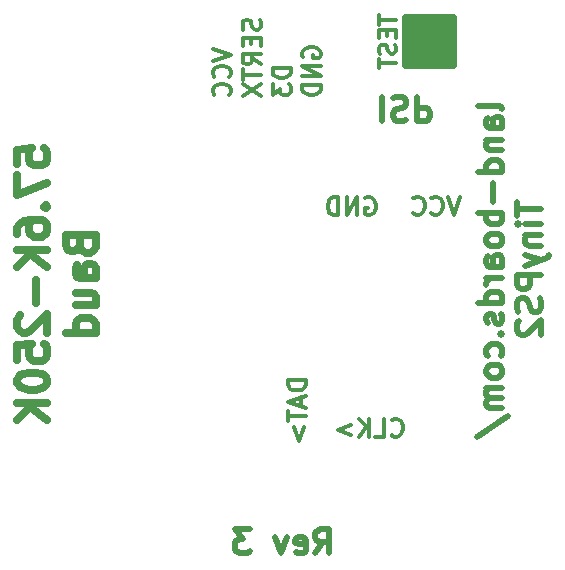
<source format=gbr>
G04 #@! TF.GenerationSoftware,KiCad,Pcbnew,(6.0.1)*
G04 #@! TF.CreationDate,2022-05-28T06:55:00-04:00*
G04 #@! TF.ProjectId,TinyPS2,54696e79-5053-4322-9e6b-696361645f70,X1*
G04 #@! TF.SameCoordinates,Original*
G04 #@! TF.FileFunction,Legend,Bot*
G04 #@! TF.FilePolarity,Positive*
%FSLAX46Y46*%
G04 Gerber Fmt 4.6, Leading zero omitted, Abs format (unit mm)*
G04 Created by KiCad (PCBNEW (6.0.1)) date 2022-05-28 06:55:00*
%MOMM*%
%LPD*%
G01*
G04 APERTURE LIST*
%ADD10C,0.304800*%
%ADD11C,0.508000*%
%ADD12C,0.635000*%
%ADD13C,0.349250*%
%ADD14C,0.650000*%
G04 APERTURE END LIST*
D10*
X36503428Y-43143714D02*
X34979428Y-43143714D01*
X34979428Y-43506571D01*
X35052000Y-43724285D01*
X35197142Y-43869428D01*
X35342285Y-43942000D01*
X35632571Y-44014571D01*
X35850285Y-44014571D01*
X36140571Y-43942000D01*
X36285714Y-43869428D01*
X36430857Y-43724285D01*
X36503428Y-43506571D01*
X36503428Y-43143714D01*
X36068000Y-44595142D02*
X36068000Y-45320857D01*
X36503428Y-44450000D02*
X34979428Y-44958000D01*
X36503428Y-45466000D01*
X34979428Y-45756285D02*
X34979428Y-46627142D01*
X36503428Y-46191714D02*
X34979428Y-46191714D01*
X35487428Y-47135142D02*
X35922857Y-48296285D01*
X36358285Y-47135142D01*
X43760571Y-47788285D02*
X43833142Y-47860857D01*
X44050857Y-47933428D01*
X44196000Y-47933428D01*
X44413714Y-47860857D01*
X44558857Y-47715714D01*
X44631428Y-47570571D01*
X44704000Y-47280285D01*
X44704000Y-47062571D01*
X44631428Y-46772285D01*
X44558857Y-46627142D01*
X44413714Y-46482000D01*
X44196000Y-46409428D01*
X44050857Y-46409428D01*
X43833142Y-46482000D01*
X43760571Y-46554571D01*
X42381714Y-47933428D02*
X43107428Y-47933428D01*
X43107428Y-46409428D01*
X41873714Y-47933428D02*
X41873714Y-46409428D01*
X41002857Y-47933428D02*
X41656000Y-47062571D01*
X41002857Y-46409428D02*
X41873714Y-47280285D01*
X40349714Y-46917428D02*
X39188571Y-47352857D01*
X40349714Y-47788285D01*
D11*
X42974380Y-19146761D02*
X42974380Y-21178761D01*
X43845238Y-19243523D02*
X44135523Y-19146761D01*
X44619333Y-19146761D01*
X44812857Y-19243523D01*
X44909619Y-19340285D01*
X45006380Y-19533809D01*
X45006380Y-19727333D01*
X44909619Y-19920857D01*
X44812857Y-20017619D01*
X44619333Y-20114380D01*
X44232285Y-20211142D01*
X44038761Y-20307904D01*
X43942000Y-20404666D01*
X43845238Y-20598190D01*
X43845238Y-20791714D01*
X43942000Y-20985238D01*
X44038761Y-21082000D01*
X44232285Y-21178761D01*
X44716095Y-21178761D01*
X45006380Y-21082000D01*
X45877238Y-19146761D02*
X45877238Y-21178761D01*
X46651333Y-21178761D01*
X46844857Y-21082000D01*
X46941619Y-20985238D01*
X47038380Y-20791714D01*
X47038380Y-20501428D01*
X46941619Y-20307904D01*
X46844857Y-20211142D01*
X46651333Y-20114380D01*
X45877238Y-20114380D01*
D10*
X49532000Y-27613428D02*
X49024000Y-29137428D01*
X48516000Y-27613428D01*
X47137142Y-28992285D02*
X47209714Y-29064857D01*
X47427428Y-29137428D01*
X47572571Y-29137428D01*
X47790285Y-29064857D01*
X47935428Y-28919714D01*
X48008000Y-28774571D01*
X48080571Y-28484285D01*
X48080571Y-28266571D01*
X48008000Y-27976285D01*
X47935428Y-27831142D01*
X47790285Y-27686000D01*
X47572571Y-27613428D01*
X47427428Y-27613428D01*
X47209714Y-27686000D01*
X47137142Y-27758571D01*
X45613142Y-28992285D02*
X45685714Y-29064857D01*
X45903428Y-29137428D01*
X46048571Y-29137428D01*
X46266285Y-29064857D01*
X46411428Y-28919714D01*
X46484000Y-28774571D01*
X46556571Y-28484285D01*
X46556571Y-28266571D01*
X46484000Y-27976285D01*
X46411428Y-27831142D01*
X46266285Y-27686000D01*
X46048571Y-27613428D01*
X45903428Y-27613428D01*
X45685714Y-27686000D01*
X45613142Y-27758571D01*
X41547142Y-27738000D02*
X41692285Y-27665428D01*
X41910000Y-27665428D01*
X42127714Y-27738000D01*
X42272857Y-27883142D01*
X42345428Y-28028285D01*
X42418000Y-28318571D01*
X42418000Y-28536285D01*
X42345428Y-28826571D01*
X42272857Y-28971714D01*
X42127714Y-29116857D01*
X41910000Y-29189428D01*
X41764857Y-29189428D01*
X41547142Y-29116857D01*
X41474571Y-29044285D01*
X41474571Y-28536285D01*
X41764857Y-28536285D01*
X40821428Y-29189428D02*
X40821428Y-27665428D01*
X39950571Y-29189428D01*
X39950571Y-27665428D01*
X39224857Y-29189428D02*
X39224857Y-27665428D01*
X38862000Y-27665428D01*
X38644285Y-27738000D01*
X38499142Y-27883142D01*
X38426571Y-28028285D01*
X38354000Y-28318571D01*
X38354000Y-28536285D01*
X38426571Y-28826571D01*
X38499142Y-28971714D01*
X38644285Y-29116857D01*
X38862000Y-29189428D01*
X39224857Y-29189428D01*
D12*
X12064347Y-24840000D02*
X12064347Y-23630476D01*
X13273871Y-23509523D01*
X13152919Y-23630476D01*
X13031966Y-23872380D01*
X13031966Y-24477142D01*
X13152919Y-24719047D01*
X13273871Y-24840000D01*
X13515776Y-24960952D01*
X14120538Y-24960952D01*
X14362442Y-24840000D01*
X14483395Y-24719047D01*
X14604347Y-24477142D01*
X14604347Y-23872380D01*
X14483395Y-23630476D01*
X14362442Y-23509523D01*
X12064347Y-25807619D02*
X12064347Y-27500952D01*
X14604347Y-26412380D01*
X14362442Y-28468571D02*
X14483395Y-28589523D01*
X14604347Y-28468571D01*
X14483395Y-28347619D01*
X14362442Y-28468571D01*
X14604347Y-28468571D01*
X12064347Y-30766666D02*
X12064347Y-30282857D01*
X12185300Y-30040952D01*
X12306252Y-29920000D01*
X12669109Y-29678095D01*
X13152919Y-29557142D01*
X14120538Y-29557142D01*
X14362442Y-29678095D01*
X14483395Y-29799047D01*
X14604347Y-30040952D01*
X14604347Y-30524761D01*
X14483395Y-30766666D01*
X14362442Y-30887619D01*
X14120538Y-31008571D01*
X13515776Y-31008571D01*
X13273871Y-30887619D01*
X13152919Y-30766666D01*
X13031966Y-30524761D01*
X13031966Y-30040952D01*
X13152919Y-29799047D01*
X13273871Y-29678095D01*
X13515776Y-29557142D01*
X14604347Y-32097142D02*
X12064347Y-32097142D01*
X14604347Y-33548571D02*
X13152919Y-32460000D01*
X12064347Y-33548571D02*
X13515776Y-32097142D01*
X13636728Y-34637142D02*
X13636728Y-36572380D01*
X12306252Y-37660952D02*
X12185300Y-37781904D01*
X12064347Y-38023809D01*
X12064347Y-38628571D01*
X12185300Y-38870476D01*
X12306252Y-38991428D01*
X12548157Y-39112380D01*
X12790061Y-39112380D01*
X13152919Y-38991428D01*
X14604347Y-37540000D01*
X14604347Y-39112380D01*
X12064347Y-41410476D02*
X12064347Y-40200952D01*
X13273871Y-40080000D01*
X13152919Y-40200952D01*
X13031966Y-40442857D01*
X13031966Y-41047619D01*
X13152919Y-41289523D01*
X13273871Y-41410476D01*
X13515776Y-41531428D01*
X14120538Y-41531428D01*
X14362442Y-41410476D01*
X14483395Y-41289523D01*
X14604347Y-41047619D01*
X14604347Y-40442857D01*
X14483395Y-40200952D01*
X14362442Y-40080000D01*
X12064347Y-43103809D02*
X12064347Y-43345714D01*
X12185300Y-43587619D01*
X12306252Y-43708571D01*
X12548157Y-43829523D01*
X13031966Y-43950476D01*
X13636728Y-43950476D01*
X14120538Y-43829523D01*
X14362442Y-43708571D01*
X14483395Y-43587619D01*
X14604347Y-43345714D01*
X14604347Y-43103809D01*
X14483395Y-42861904D01*
X14362442Y-42740952D01*
X14120538Y-42620000D01*
X13636728Y-42499047D01*
X13031966Y-42499047D01*
X12548157Y-42620000D01*
X12306252Y-42740952D01*
X12185300Y-42861904D01*
X12064347Y-43103809D01*
X14604347Y-45039047D02*
X12064347Y-45039047D01*
X14604347Y-46490476D02*
X13152919Y-45401904D01*
X12064347Y-46490476D02*
X13515776Y-45039047D01*
X17363271Y-31734285D02*
X17484223Y-32097142D01*
X17605176Y-32218095D01*
X17847080Y-32339047D01*
X18209938Y-32339047D01*
X18451842Y-32218095D01*
X18572795Y-32097142D01*
X18693747Y-31855238D01*
X18693747Y-30887619D01*
X16153747Y-30887619D01*
X16153747Y-31734285D01*
X16274700Y-31976190D01*
X16395652Y-32097142D01*
X16637557Y-32218095D01*
X16879461Y-32218095D01*
X17121366Y-32097142D01*
X17242319Y-31976190D01*
X17363271Y-31734285D01*
X17363271Y-30887619D01*
X18693747Y-34516190D02*
X17363271Y-34516190D01*
X17121366Y-34395238D01*
X17000414Y-34153333D01*
X17000414Y-33669523D01*
X17121366Y-33427619D01*
X18572795Y-34516190D02*
X18693747Y-34274285D01*
X18693747Y-33669523D01*
X18572795Y-33427619D01*
X18330890Y-33306666D01*
X18088985Y-33306666D01*
X17847080Y-33427619D01*
X17726128Y-33669523D01*
X17726128Y-34274285D01*
X17605176Y-34516190D01*
X17000414Y-36814285D02*
X18693747Y-36814285D01*
X17000414Y-35725714D02*
X18330890Y-35725714D01*
X18572795Y-35846666D01*
X18693747Y-36088571D01*
X18693747Y-36451428D01*
X18572795Y-36693333D01*
X18451842Y-36814285D01*
X18693747Y-39112380D02*
X16153747Y-39112380D01*
X18572795Y-39112380D02*
X18693747Y-38870476D01*
X18693747Y-38386666D01*
X18572795Y-38144761D01*
X18451842Y-38023809D01*
X18209938Y-37902857D01*
X17484223Y-37902857D01*
X17242319Y-38023809D01*
X17121366Y-38144761D01*
X17000414Y-38386666D01*
X17000414Y-38870476D01*
X17121366Y-39112380D01*
D10*
X28608467Y-15092737D02*
X30183267Y-15600737D01*
X28608467Y-16108737D01*
X30033286Y-17487594D02*
X30108277Y-17415022D01*
X30183267Y-17197308D01*
X30183267Y-17052165D01*
X30108277Y-16834451D01*
X29958296Y-16689308D01*
X29808315Y-16616737D01*
X29508353Y-16544165D01*
X29283381Y-16544165D01*
X28983419Y-16616737D01*
X28833438Y-16689308D01*
X28683458Y-16834451D01*
X28608467Y-17052165D01*
X28608467Y-17197308D01*
X28683458Y-17415022D01*
X28758448Y-17487594D01*
X30033286Y-19011594D02*
X30108277Y-18939022D01*
X30183267Y-18721308D01*
X30183267Y-18576165D01*
X30108277Y-18358451D01*
X29958296Y-18213308D01*
X29808315Y-18140737D01*
X29508353Y-18068165D01*
X29283381Y-18068165D01*
X28983419Y-18140737D01*
X28833438Y-18213308D01*
X28683458Y-18358451D01*
X28608467Y-18576165D01*
X28608467Y-18721308D01*
X28683458Y-18939022D01*
X28758448Y-19011594D01*
X32643705Y-12625308D02*
X32718695Y-12843022D01*
X32718695Y-13205880D01*
X32643705Y-13351022D01*
X32568714Y-13423594D01*
X32418733Y-13496165D01*
X32268752Y-13496165D01*
X32118771Y-13423594D01*
X32043781Y-13351022D01*
X31968790Y-13205880D01*
X31893800Y-12915594D01*
X31818809Y-12770451D01*
X31743819Y-12697880D01*
X31593838Y-12625308D01*
X31443857Y-12625308D01*
X31293876Y-12697880D01*
X31218886Y-12770451D01*
X31143895Y-12915594D01*
X31143895Y-13278451D01*
X31218886Y-13496165D01*
X31893800Y-14149308D02*
X31893800Y-14657308D01*
X32718695Y-14875022D02*
X32718695Y-14149308D01*
X31143895Y-14149308D01*
X31143895Y-14875022D01*
X32718695Y-16399022D02*
X31968790Y-15891022D01*
X32718695Y-15528165D02*
X31143895Y-15528165D01*
X31143895Y-16108737D01*
X31218886Y-16253880D01*
X31293876Y-16326451D01*
X31443857Y-16399022D01*
X31668828Y-16399022D01*
X31818809Y-16326451D01*
X31893800Y-16253880D01*
X31968790Y-16108737D01*
X31968790Y-15528165D01*
X31143895Y-16834451D02*
X31143895Y-17705308D01*
X32718695Y-17269880D02*
X31143895Y-17269880D01*
X31143895Y-18068165D02*
X32718695Y-19084165D01*
X31143895Y-19084165D02*
X32718695Y-18068165D01*
X35254123Y-16689308D02*
X33679323Y-16689308D01*
X33679323Y-17052165D01*
X33754314Y-17269880D01*
X33904294Y-17415022D01*
X34054275Y-17487594D01*
X34354237Y-17560165D01*
X34579209Y-17560165D01*
X34879171Y-17487594D01*
X35029152Y-17415022D01*
X35179133Y-17269880D01*
X35254123Y-17052165D01*
X35254123Y-16689308D01*
X33679323Y-18068165D02*
X33679323Y-19011594D01*
X34279247Y-18503594D01*
X34279247Y-18721308D01*
X34354237Y-18866451D01*
X34429228Y-18939022D01*
X34579209Y-19011594D01*
X34954161Y-19011594D01*
X35104142Y-18939022D01*
X35179133Y-18866451D01*
X35254123Y-18721308D01*
X35254123Y-18285880D01*
X35179133Y-18140737D01*
X35104142Y-18068165D01*
X36289742Y-15818451D02*
X36214751Y-15673308D01*
X36214751Y-15455594D01*
X36289742Y-15237880D01*
X36439722Y-15092737D01*
X36589703Y-15020165D01*
X36889665Y-14947594D01*
X37114637Y-14947594D01*
X37414599Y-15020165D01*
X37564580Y-15092737D01*
X37714561Y-15237880D01*
X37789551Y-15455594D01*
X37789551Y-15600737D01*
X37714561Y-15818451D01*
X37639570Y-15891022D01*
X37114637Y-15891022D01*
X37114637Y-15600737D01*
X37789551Y-16544165D02*
X36214751Y-16544165D01*
X37789551Y-17415022D01*
X36214751Y-17415022D01*
X37789551Y-18140737D02*
X36214751Y-18140737D01*
X36214751Y-18503594D01*
X36289742Y-18721308D01*
X36439722Y-18866451D01*
X36589703Y-18939022D01*
X36889665Y-19011594D01*
X37114637Y-19011594D01*
X37414599Y-18939022D01*
X37564580Y-18866451D01*
X37714561Y-18721308D01*
X37789551Y-18503594D01*
X37789551Y-18140737D01*
D11*
X53147478Y-20186952D02*
X53050716Y-19993428D01*
X52857192Y-19896666D01*
X51115478Y-19896666D01*
X53147478Y-21831904D02*
X52083097Y-21831904D01*
X51889573Y-21735142D01*
X51792811Y-21541619D01*
X51792811Y-21154571D01*
X51889573Y-20961047D01*
X53050716Y-21831904D02*
X53147478Y-21638380D01*
X53147478Y-21154571D01*
X53050716Y-20961047D01*
X52857192Y-20864285D01*
X52663668Y-20864285D01*
X52470144Y-20961047D01*
X52373382Y-21154571D01*
X52373382Y-21638380D01*
X52276620Y-21831904D01*
X51792811Y-22799523D02*
X53147478Y-22799523D01*
X51986335Y-22799523D02*
X51889573Y-22896285D01*
X51792811Y-23089809D01*
X51792811Y-23380095D01*
X51889573Y-23573619D01*
X52083097Y-23670380D01*
X53147478Y-23670380D01*
X53147478Y-25508857D02*
X51115478Y-25508857D01*
X53050716Y-25508857D02*
X53147478Y-25315333D01*
X53147478Y-24928285D01*
X53050716Y-24734761D01*
X52953954Y-24637999D01*
X52760430Y-24541238D01*
X52179859Y-24541238D01*
X51986335Y-24637999D01*
X51889573Y-24734761D01*
X51792811Y-24928285D01*
X51792811Y-25315333D01*
X51889573Y-25508857D01*
X52373382Y-26476476D02*
X52373382Y-28024666D01*
X53147478Y-28992285D02*
X51115478Y-28992285D01*
X51889573Y-28992285D02*
X51792811Y-29185809D01*
X51792811Y-29572857D01*
X51889573Y-29766380D01*
X51986335Y-29863142D01*
X52179859Y-29959904D01*
X52760430Y-29959904D01*
X52953954Y-29863142D01*
X53050716Y-29766380D01*
X53147478Y-29572857D01*
X53147478Y-29185809D01*
X53050716Y-28992285D01*
X53147478Y-31121047D02*
X53050716Y-30927523D01*
X52953954Y-30830761D01*
X52760430Y-30733999D01*
X52179859Y-30733999D01*
X51986335Y-30830761D01*
X51889573Y-30927523D01*
X51792811Y-31121047D01*
X51792811Y-31411333D01*
X51889573Y-31604857D01*
X51986335Y-31701619D01*
X52179859Y-31798380D01*
X52760430Y-31798380D01*
X52953954Y-31701619D01*
X53050716Y-31604857D01*
X53147478Y-31411333D01*
X53147478Y-31121047D01*
X53147478Y-33540095D02*
X52083097Y-33540095D01*
X51889573Y-33443333D01*
X51792811Y-33249809D01*
X51792811Y-32862761D01*
X51889573Y-32669238D01*
X53050716Y-33540095D02*
X53147478Y-33346571D01*
X53147478Y-32862761D01*
X53050716Y-32669238D01*
X52857192Y-32572476D01*
X52663668Y-32572476D01*
X52470144Y-32669238D01*
X52373382Y-32862761D01*
X52373382Y-33346571D01*
X52276620Y-33540095D01*
X53147478Y-34507714D02*
X51792811Y-34507714D01*
X52179859Y-34507714D02*
X51986335Y-34604476D01*
X51889573Y-34701238D01*
X51792811Y-34894761D01*
X51792811Y-35088285D01*
X53147478Y-36636476D02*
X51115478Y-36636476D01*
X53050716Y-36636476D02*
X53147478Y-36442952D01*
X53147478Y-36055904D01*
X53050716Y-35862380D01*
X52953954Y-35765619D01*
X52760430Y-35668857D01*
X52179859Y-35668857D01*
X51986335Y-35765619D01*
X51889573Y-35862380D01*
X51792811Y-36055904D01*
X51792811Y-36442952D01*
X51889573Y-36636476D01*
X53050716Y-37507333D02*
X53147478Y-37700857D01*
X53147478Y-38087904D01*
X53050716Y-38281428D01*
X52857192Y-38378190D01*
X52760430Y-38378190D01*
X52566906Y-38281428D01*
X52470144Y-38087904D01*
X52470144Y-37797619D01*
X52373382Y-37604095D01*
X52179859Y-37507333D01*
X52083097Y-37507333D01*
X51889573Y-37604095D01*
X51792811Y-37797619D01*
X51792811Y-38087904D01*
X51889573Y-38281428D01*
X52953954Y-39249047D02*
X53050716Y-39345809D01*
X53147478Y-39249047D01*
X53050716Y-39152285D01*
X52953954Y-39249047D01*
X53147478Y-39249047D01*
X53050716Y-41087523D02*
X53147478Y-40893999D01*
X53147478Y-40506952D01*
X53050716Y-40313428D01*
X52953954Y-40216666D01*
X52760430Y-40119904D01*
X52179859Y-40119904D01*
X51986335Y-40216666D01*
X51889573Y-40313428D01*
X51792811Y-40506952D01*
X51792811Y-40893999D01*
X51889573Y-41087523D01*
X53147478Y-42248666D02*
X53050716Y-42055142D01*
X52953954Y-41958380D01*
X52760430Y-41861619D01*
X52179859Y-41861619D01*
X51986335Y-41958380D01*
X51889573Y-42055142D01*
X51792811Y-42248666D01*
X51792811Y-42538952D01*
X51889573Y-42732476D01*
X51986335Y-42829238D01*
X52179859Y-42925999D01*
X52760430Y-42925999D01*
X52953954Y-42829238D01*
X53050716Y-42732476D01*
X53147478Y-42538952D01*
X53147478Y-42248666D01*
X53147478Y-43796857D02*
X51792811Y-43796857D01*
X51986335Y-43796857D02*
X51889573Y-43893619D01*
X51792811Y-44087142D01*
X51792811Y-44377428D01*
X51889573Y-44570952D01*
X52083097Y-44667714D01*
X53147478Y-44667714D01*
X52083097Y-44667714D02*
X51889573Y-44764476D01*
X51792811Y-44957999D01*
X51792811Y-45248285D01*
X51889573Y-45441809D01*
X52083097Y-45538571D01*
X53147478Y-45538571D01*
X51018716Y-47957619D02*
X53631287Y-46215904D01*
X54386998Y-28073047D02*
X54386998Y-29234190D01*
X56418998Y-28653619D02*
X54386998Y-28653619D01*
X56418998Y-29911523D02*
X55064331Y-29911523D01*
X54386998Y-29911523D02*
X54483760Y-29814761D01*
X54580521Y-29911523D01*
X54483760Y-30008285D01*
X54386998Y-29911523D01*
X54580521Y-29911523D01*
X55064331Y-30879142D02*
X56418998Y-30879142D01*
X55257855Y-30879142D02*
X55161093Y-30975904D01*
X55064331Y-31169428D01*
X55064331Y-31459714D01*
X55161093Y-31653238D01*
X55354617Y-31750000D01*
X56418998Y-31750000D01*
X55064331Y-32524095D02*
X56418998Y-33007904D01*
X55064331Y-33491714D02*
X56418998Y-33007904D01*
X56902807Y-32814380D01*
X56999569Y-32717619D01*
X57096331Y-32524095D01*
X56418998Y-34265809D02*
X54386998Y-34265809D01*
X54386998Y-35039904D01*
X54483760Y-35233428D01*
X54580521Y-35330190D01*
X54774045Y-35426952D01*
X55064331Y-35426952D01*
X55257855Y-35330190D01*
X55354617Y-35233428D01*
X55451379Y-35039904D01*
X55451379Y-34265809D01*
X56322236Y-36201047D02*
X56418998Y-36491333D01*
X56418998Y-36975142D01*
X56322236Y-37168666D01*
X56225474Y-37265428D01*
X56031950Y-37362190D01*
X55838426Y-37362190D01*
X55644902Y-37265428D01*
X55548140Y-37168666D01*
X55451379Y-36975142D01*
X55354617Y-36588095D01*
X55257855Y-36394571D01*
X55161093Y-36297809D01*
X54967569Y-36201047D01*
X54774045Y-36201047D01*
X54580521Y-36297809D01*
X54483760Y-36394571D01*
X54386998Y-36588095D01*
X54386998Y-37071904D01*
X54483760Y-37362190D01*
X54580521Y-38136285D02*
X54483760Y-38233047D01*
X54386998Y-38426571D01*
X54386998Y-38910380D01*
X54483760Y-39103904D01*
X54580521Y-39200666D01*
X54774045Y-39297428D01*
X54967569Y-39297428D01*
X55257855Y-39200666D01*
X56418998Y-38039523D01*
X56418998Y-39297428D01*
X37301714Y-57815238D02*
X37979047Y-56847619D01*
X38462857Y-57815238D02*
X38462857Y-55783238D01*
X37688761Y-55783238D01*
X37495238Y-55880000D01*
X37398476Y-55976761D01*
X37301714Y-56170285D01*
X37301714Y-56460571D01*
X37398476Y-56654095D01*
X37495238Y-56750857D01*
X37688761Y-56847619D01*
X38462857Y-56847619D01*
X35656761Y-57718476D02*
X35850285Y-57815238D01*
X36237333Y-57815238D01*
X36430857Y-57718476D01*
X36527619Y-57524952D01*
X36527619Y-56750857D01*
X36430857Y-56557333D01*
X36237333Y-56460571D01*
X35850285Y-56460571D01*
X35656761Y-56557333D01*
X35560000Y-56750857D01*
X35560000Y-56944380D01*
X36527619Y-57137904D01*
X34882666Y-56460571D02*
X34398857Y-57815238D01*
X33915047Y-56460571D01*
X31786285Y-55783238D02*
X30528380Y-55783238D01*
X31205714Y-56557333D01*
X30915428Y-56557333D01*
X30721904Y-56654095D01*
X30625142Y-56750857D01*
X30528380Y-56944380D01*
X30528380Y-57428190D01*
X30625142Y-57621714D01*
X30721904Y-57718476D01*
X30915428Y-57815238D01*
X31496000Y-57815238D01*
X31689523Y-57718476D01*
X31786285Y-57621714D01*
D13*
X42734976Y-12271452D02*
X42734976Y-13069738D01*
X44131976Y-12670595D02*
X42734976Y-12670595D01*
X43400214Y-13535404D02*
X43400214Y-14001071D01*
X44131976Y-14200642D02*
X44131976Y-13535404D01*
X42734976Y-13535404D01*
X42734976Y-14200642D01*
X44065452Y-14732833D02*
X44131976Y-14932404D01*
X44131976Y-15265023D01*
X44065452Y-15398071D01*
X43998928Y-15464595D01*
X43865880Y-15531119D01*
X43732833Y-15531119D01*
X43599785Y-15464595D01*
X43533261Y-15398071D01*
X43466738Y-15265023D01*
X43400214Y-14998928D01*
X43333690Y-14865880D01*
X43267166Y-14799357D01*
X43134119Y-14732833D01*
X43001071Y-14732833D01*
X42868023Y-14799357D01*
X42801500Y-14865880D01*
X42734976Y-14998928D01*
X42734976Y-15331547D01*
X42801500Y-15531119D01*
X42734976Y-15930261D02*
X42734976Y-16728547D01*
X44131976Y-16329404D02*
X42734976Y-16329404D01*
D14*
X48500000Y-16500000D02*
X48500000Y-12500000D01*
X48000000Y-16500000D02*
X48500000Y-16500000D01*
X48000000Y-12500000D02*
X48000000Y-16500000D01*
X47500000Y-12500000D02*
X48000000Y-12500000D01*
X47500000Y-13000000D02*
X47500000Y-12500000D01*
X47500000Y-16500000D02*
X47500000Y-13000000D01*
X47000000Y-16500000D02*
X47500000Y-16500000D01*
X47000000Y-12500000D02*
X47000000Y-16500000D01*
X46500000Y-12500000D02*
X47000000Y-12500000D01*
X46500000Y-16500000D02*
X46500000Y-12500000D01*
X46000000Y-16500000D02*
X46500000Y-16500000D01*
X46000000Y-12500000D02*
X46000000Y-16500000D01*
X45500000Y-12500000D02*
X46000000Y-12500000D01*
X45500000Y-16500000D02*
X45500000Y-12500000D01*
X45000000Y-16500000D02*
X45500000Y-16500000D01*
X49000000Y-16500000D02*
X45000000Y-16500000D01*
X49000000Y-12500000D02*
X49000000Y-16500000D01*
X45000000Y-12500000D02*
X49000000Y-12500000D01*
X45000000Y-16500000D02*
X45000000Y-12500000D01*
M02*

</source>
